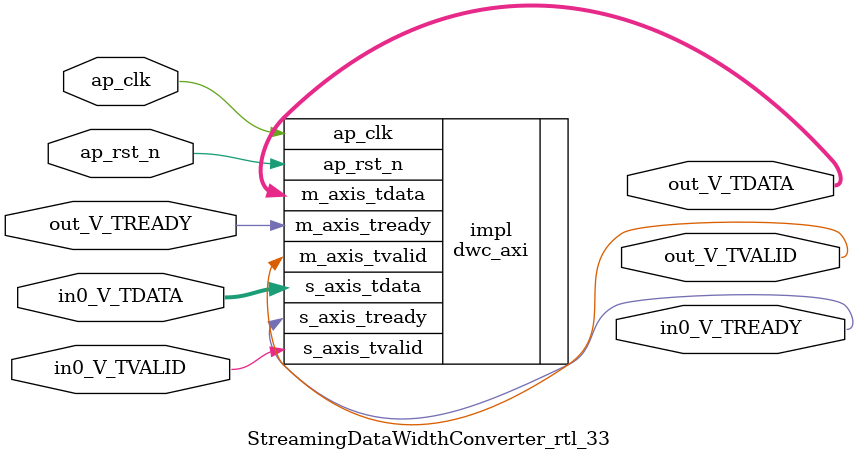
<source format=v>
/******************************************************************************
 * Copyright (C) 2023, Advanced Micro Devices, Inc.
 * All rights reserved.
 *
 * Redistribution and use in source and binary forms, with or without
 * modification, are permitted provided that the following conditions are met:
 *
 *  1. Redistributions of source code must retain the above copyright notice,
 *     this list of conditions and the following disclaimer.
 *
 *  2. Redistributions in binary form must reproduce the above copyright
 *     notice, this list of conditions and the following disclaimer in the
 *     documentation and/or other materials provided with the distribution.
 *
 *  3. Neither the name of the copyright holder nor the names of its
 *     contributors may be used to endorse or promote products derived from
 *     this software without specific prior written permission.
 *
 * THIS SOFTWARE IS PROVIDED BY THE COPYRIGHT HOLDERS AND CONTRIBUTORS "AS IS"
 * AND ANY EXPRESS OR IMPLIED WARRANTIES, INCLUDING, BUT NOT LIMITED TO,
 * THE IMPLIED WARRANTIES OF MERCHANTABILITY AND FITNESS FOR A PARTICULAR
 * PURPOSE ARE DISCLAIMED. IN NO EVENT SHALL THE COPYRIGHT HOLDER OR
 * CONTRIBUTORS BE LIABLE FOR ANY DIRECT, INDIRECT, INCIDENTAL, SPECIAL,
 * EXEMPLARY, OR CONSEQUENTIAL DAMAGES (INCLUDING, BUT NOT LIMITED TO,
 * PROCUREMENT OF SUBSTITUTE GOODS OR SERVICES; LOSS OF USE, DATA, OR PROFITS;
 * OR BUSINESS INTERRUPTION). HOWEVER CAUSED AND ON ANY THEORY OF LIABILITY,
 * WHETHER IN CONTRACT, STRICT LIABILITY, OR TORT (INCLUDING NEGLIGENCE OR
 * OTHERWISE) ARISING IN ANY WAY OUT OF THE USE OF THIS SOFTWARE, EVEN IF
 * ADVISED OF THE POSSIBILITY OF SUCH DAMAGE.
 *****************************************************************************/

module StreamingDataWidthConverter_rtl_33 #(
	parameter  IBITS = 4,
	parameter  OBITS = 36,

	parameter  AXI_IBITS = (IBITS+7)/8 * 8,
	parameter  AXI_OBITS = (OBITS+7)/8 * 8
)(
	//- Global Control ------------------
	(* X_INTERFACE_INFO = "xilinx.com:signal:clock:1.0 ap_clk CLK" *)
	(* X_INTERFACE_PARAMETER = "ASSOCIATED_BUSIF in0_V:out_V, ASSOCIATED_RESET ap_rst_n" *)
	input	ap_clk,
	(* X_INTERFACE_PARAMETER = "POLARITY ACTIVE_LOW" *)
	input	ap_rst_n,

	//- AXI Stream - Input --------------
	output	in0_V_TREADY,
	input	in0_V_TVALID,
	input	[AXI_IBITS-1:0]  in0_V_TDATA,

	//- AXI Stream - Output -------------
	input	out_V_TREADY,
	output	out_V_TVALID,
	output	[AXI_OBITS-1:0]  out_V_TDATA
);

	dwc_axi #(
		.IBITS(IBITS),
		.OBITS(OBITS)
	) impl (
		.ap_clk(ap_clk),
		.ap_rst_n(ap_rst_n),
		.s_axis_tready(in0_V_TREADY),
		.s_axis_tvalid(in0_V_TVALID),
		.s_axis_tdata(in0_V_TDATA),
		.m_axis_tready(out_V_TREADY),
		.m_axis_tvalid(out_V_TVALID),
		.m_axis_tdata(out_V_TDATA)
	);

endmodule

</source>
